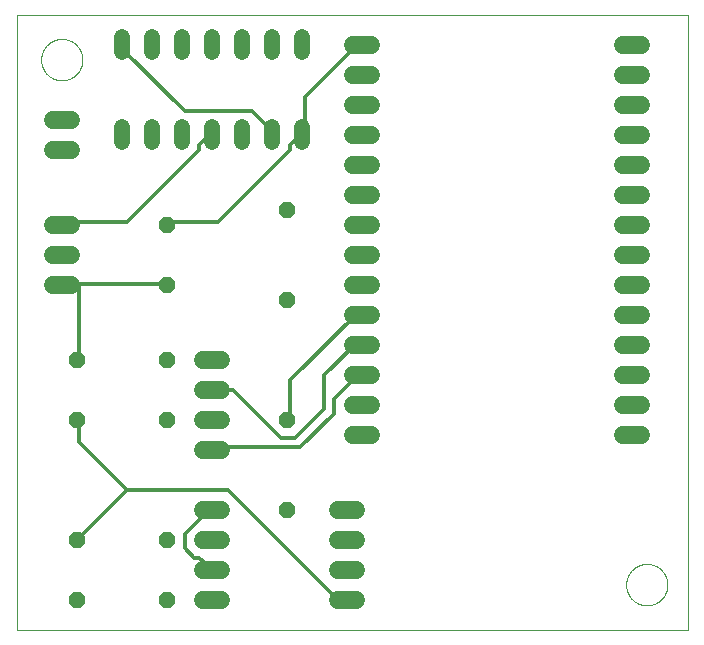
<source format=gbl>
G75*
%MOIN*%
%OFA0B0*%
%FSLAX25Y25*%
%IPPOS*%
%LPD*%
%AMOC8*
5,1,8,0,0,1.08239X$1,22.5*
%
%ADD10C,0.00000*%
%ADD11OC8,0.05200*%
%ADD12C,0.05200*%
%ADD13C,0.06000*%
%ADD14C,0.01200*%
D10*
X0093333Y0006300D02*
X0093333Y0211261D01*
X0317034Y0211261D01*
X0317034Y0006300D01*
X0093333Y0006300D01*
X0296443Y0021300D02*
X0296445Y0021469D01*
X0296451Y0021638D01*
X0296462Y0021807D01*
X0296476Y0021975D01*
X0296495Y0022143D01*
X0296518Y0022311D01*
X0296544Y0022478D01*
X0296575Y0022644D01*
X0296610Y0022810D01*
X0296649Y0022974D01*
X0296693Y0023138D01*
X0296740Y0023300D01*
X0296791Y0023461D01*
X0296846Y0023621D01*
X0296905Y0023780D01*
X0296967Y0023937D01*
X0297034Y0024092D01*
X0297105Y0024246D01*
X0297179Y0024398D01*
X0297257Y0024548D01*
X0297338Y0024696D01*
X0297423Y0024842D01*
X0297512Y0024986D01*
X0297604Y0025128D01*
X0297700Y0025267D01*
X0297799Y0025404D01*
X0297901Y0025539D01*
X0298007Y0025671D01*
X0298116Y0025800D01*
X0298228Y0025927D01*
X0298343Y0026051D01*
X0298461Y0026172D01*
X0298582Y0026290D01*
X0298706Y0026405D01*
X0298833Y0026517D01*
X0298962Y0026626D01*
X0299094Y0026732D01*
X0299229Y0026834D01*
X0299366Y0026933D01*
X0299505Y0027029D01*
X0299647Y0027121D01*
X0299791Y0027210D01*
X0299937Y0027295D01*
X0300085Y0027376D01*
X0300235Y0027454D01*
X0300387Y0027528D01*
X0300541Y0027599D01*
X0300696Y0027666D01*
X0300853Y0027728D01*
X0301012Y0027787D01*
X0301172Y0027842D01*
X0301333Y0027893D01*
X0301495Y0027940D01*
X0301659Y0027984D01*
X0301823Y0028023D01*
X0301989Y0028058D01*
X0302155Y0028089D01*
X0302322Y0028115D01*
X0302490Y0028138D01*
X0302658Y0028157D01*
X0302826Y0028171D01*
X0302995Y0028182D01*
X0303164Y0028188D01*
X0303333Y0028190D01*
X0303502Y0028188D01*
X0303671Y0028182D01*
X0303840Y0028171D01*
X0304008Y0028157D01*
X0304176Y0028138D01*
X0304344Y0028115D01*
X0304511Y0028089D01*
X0304677Y0028058D01*
X0304843Y0028023D01*
X0305007Y0027984D01*
X0305171Y0027940D01*
X0305333Y0027893D01*
X0305494Y0027842D01*
X0305654Y0027787D01*
X0305813Y0027728D01*
X0305970Y0027666D01*
X0306125Y0027599D01*
X0306279Y0027528D01*
X0306431Y0027454D01*
X0306581Y0027376D01*
X0306729Y0027295D01*
X0306875Y0027210D01*
X0307019Y0027121D01*
X0307161Y0027029D01*
X0307300Y0026933D01*
X0307437Y0026834D01*
X0307572Y0026732D01*
X0307704Y0026626D01*
X0307833Y0026517D01*
X0307960Y0026405D01*
X0308084Y0026290D01*
X0308205Y0026172D01*
X0308323Y0026051D01*
X0308438Y0025927D01*
X0308550Y0025800D01*
X0308659Y0025671D01*
X0308765Y0025539D01*
X0308867Y0025404D01*
X0308966Y0025267D01*
X0309062Y0025128D01*
X0309154Y0024986D01*
X0309243Y0024842D01*
X0309328Y0024696D01*
X0309409Y0024548D01*
X0309487Y0024398D01*
X0309561Y0024246D01*
X0309632Y0024092D01*
X0309699Y0023937D01*
X0309761Y0023780D01*
X0309820Y0023621D01*
X0309875Y0023461D01*
X0309926Y0023300D01*
X0309973Y0023138D01*
X0310017Y0022974D01*
X0310056Y0022810D01*
X0310091Y0022644D01*
X0310122Y0022478D01*
X0310148Y0022311D01*
X0310171Y0022143D01*
X0310190Y0021975D01*
X0310204Y0021807D01*
X0310215Y0021638D01*
X0310221Y0021469D01*
X0310223Y0021300D01*
X0310221Y0021131D01*
X0310215Y0020962D01*
X0310204Y0020793D01*
X0310190Y0020625D01*
X0310171Y0020457D01*
X0310148Y0020289D01*
X0310122Y0020122D01*
X0310091Y0019956D01*
X0310056Y0019790D01*
X0310017Y0019626D01*
X0309973Y0019462D01*
X0309926Y0019300D01*
X0309875Y0019139D01*
X0309820Y0018979D01*
X0309761Y0018820D01*
X0309699Y0018663D01*
X0309632Y0018508D01*
X0309561Y0018354D01*
X0309487Y0018202D01*
X0309409Y0018052D01*
X0309328Y0017904D01*
X0309243Y0017758D01*
X0309154Y0017614D01*
X0309062Y0017472D01*
X0308966Y0017333D01*
X0308867Y0017196D01*
X0308765Y0017061D01*
X0308659Y0016929D01*
X0308550Y0016800D01*
X0308438Y0016673D01*
X0308323Y0016549D01*
X0308205Y0016428D01*
X0308084Y0016310D01*
X0307960Y0016195D01*
X0307833Y0016083D01*
X0307704Y0015974D01*
X0307572Y0015868D01*
X0307437Y0015766D01*
X0307300Y0015667D01*
X0307161Y0015571D01*
X0307019Y0015479D01*
X0306875Y0015390D01*
X0306729Y0015305D01*
X0306581Y0015224D01*
X0306431Y0015146D01*
X0306279Y0015072D01*
X0306125Y0015001D01*
X0305970Y0014934D01*
X0305813Y0014872D01*
X0305654Y0014813D01*
X0305494Y0014758D01*
X0305333Y0014707D01*
X0305171Y0014660D01*
X0305007Y0014616D01*
X0304843Y0014577D01*
X0304677Y0014542D01*
X0304511Y0014511D01*
X0304344Y0014485D01*
X0304176Y0014462D01*
X0304008Y0014443D01*
X0303840Y0014429D01*
X0303671Y0014418D01*
X0303502Y0014412D01*
X0303333Y0014410D01*
X0303164Y0014412D01*
X0302995Y0014418D01*
X0302826Y0014429D01*
X0302658Y0014443D01*
X0302490Y0014462D01*
X0302322Y0014485D01*
X0302155Y0014511D01*
X0301989Y0014542D01*
X0301823Y0014577D01*
X0301659Y0014616D01*
X0301495Y0014660D01*
X0301333Y0014707D01*
X0301172Y0014758D01*
X0301012Y0014813D01*
X0300853Y0014872D01*
X0300696Y0014934D01*
X0300541Y0015001D01*
X0300387Y0015072D01*
X0300235Y0015146D01*
X0300085Y0015224D01*
X0299937Y0015305D01*
X0299791Y0015390D01*
X0299647Y0015479D01*
X0299505Y0015571D01*
X0299366Y0015667D01*
X0299229Y0015766D01*
X0299094Y0015868D01*
X0298962Y0015974D01*
X0298833Y0016083D01*
X0298706Y0016195D01*
X0298582Y0016310D01*
X0298461Y0016428D01*
X0298343Y0016549D01*
X0298228Y0016673D01*
X0298116Y0016800D01*
X0298007Y0016929D01*
X0297901Y0017061D01*
X0297799Y0017196D01*
X0297700Y0017333D01*
X0297604Y0017472D01*
X0297512Y0017614D01*
X0297423Y0017758D01*
X0297338Y0017904D01*
X0297257Y0018052D01*
X0297179Y0018202D01*
X0297105Y0018354D01*
X0297034Y0018508D01*
X0296967Y0018663D01*
X0296905Y0018820D01*
X0296846Y0018979D01*
X0296791Y0019139D01*
X0296740Y0019300D01*
X0296693Y0019462D01*
X0296649Y0019626D01*
X0296610Y0019790D01*
X0296575Y0019956D01*
X0296544Y0020122D01*
X0296518Y0020289D01*
X0296495Y0020457D01*
X0296476Y0020625D01*
X0296462Y0020793D01*
X0296451Y0020962D01*
X0296445Y0021131D01*
X0296443Y0021300D01*
X0101443Y0196300D02*
X0101445Y0196469D01*
X0101451Y0196638D01*
X0101462Y0196807D01*
X0101476Y0196975D01*
X0101495Y0197143D01*
X0101518Y0197311D01*
X0101544Y0197478D01*
X0101575Y0197644D01*
X0101610Y0197810D01*
X0101649Y0197974D01*
X0101693Y0198138D01*
X0101740Y0198300D01*
X0101791Y0198461D01*
X0101846Y0198621D01*
X0101905Y0198780D01*
X0101967Y0198937D01*
X0102034Y0199092D01*
X0102105Y0199246D01*
X0102179Y0199398D01*
X0102257Y0199548D01*
X0102338Y0199696D01*
X0102423Y0199842D01*
X0102512Y0199986D01*
X0102604Y0200128D01*
X0102700Y0200267D01*
X0102799Y0200404D01*
X0102901Y0200539D01*
X0103007Y0200671D01*
X0103116Y0200800D01*
X0103228Y0200927D01*
X0103343Y0201051D01*
X0103461Y0201172D01*
X0103582Y0201290D01*
X0103706Y0201405D01*
X0103833Y0201517D01*
X0103962Y0201626D01*
X0104094Y0201732D01*
X0104229Y0201834D01*
X0104366Y0201933D01*
X0104505Y0202029D01*
X0104647Y0202121D01*
X0104791Y0202210D01*
X0104937Y0202295D01*
X0105085Y0202376D01*
X0105235Y0202454D01*
X0105387Y0202528D01*
X0105541Y0202599D01*
X0105696Y0202666D01*
X0105853Y0202728D01*
X0106012Y0202787D01*
X0106172Y0202842D01*
X0106333Y0202893D01*
X0106495Y0202940D01*
X0106659Y0202984D01*
X0106823Y0203023D01*
X0106989Y0203058D01*
X0107155Y0203089D01*
X0107322Y0203115D01*
X0107490Y0203138D01*
X0107658Y0203157D01*
X0107826Y0203171D01*
X0107995Y0203182D01*
X0108164Y0203188D01*
X0108333Y0203190D01*
X0108502Y0203188D01*
X0108671Y0203182D01*
X0108840Y0203171D01*
X0109008Y0203157D01*
X0109176Y0203138D01*
X0109344Y0203115D01*
X0109511Y0203089D01*
X0109677Y0203058D01*
X0109843Y0203023D01*
X0110007Y0202984D01*
X0110171Y0202940D01*
X0110333Y0202893D01*
X0110494Y0202842D01*
X0110654Y0202787D01*
X0110813Y0202728D01*
X0110970Y0202666D01*
X0111125Y0202599D01*
X0111279Y0202528D01*
X0111431Y0202454D01*
X0111581Y0202376D01*
X0111729Y0202295D01*
X0111875Y0202210D01*
X0112019Y0202121D01*
X0112161Y0202029D01*
X0112300Y0201933D01*
X0112437Y0201834D01*
X0112572Y0201732D01*
X0112704Y0201626D01*
X0112833Y0201517D01*
X0112960Y0201405D01*
X0113084Y0201290D01*
X0113205Y0201172D01*
X0113323Y0201051D01*
X0113438Y0200927D01*
X0113550Y0200800D01*
X0113659Y0200671D01*
X0113765Y0200539D01*
X0113867Y0200404D01*
X0113966Y0200267D01*
X0114062Y0200128D01*
X0114154Y0199986D01*
X0114243Y0199842D01*
X0114328Y0199696D01*
X0114409Y0199548D01*
X0114487Y0199398D01*
X0114561Y0199246D01*
X0114632Y0199092D01*
X0114699Y0198937D01*
X0114761Y0198780D01*
X0114820Y0198621D01*
X0114875Y0198461D01*
X0114926Y0198300D01*
X0114973Y0198138D01*
X0115017Y0197974D01*
X0115056Y0197810D01*
X0115091Y0197644D01*
X0115122Y0197478D01*
X0115148Y0197311D01*
X0115171Y0197143D01*
X0115190Y0196975D01*
X0115204Y0196807D01*
X0115215Y0196638D01*
X0115221Y0196469D01*
X0115223Y0196300D01*
X0115221Y0196131D01*
X0115215Y0195962D01*
X0115204Y0195793D01*
X0115190Y0195625D01*
X0115171Y0195457D01*
X0115148Y0195289D01*
X0115122Y0195122D01*
X0115091Y0194956D01*
X0115056Y0194790D01*
X0115017Y0194626D01*
X0114973Y0194462D01*
X0114926Y0194300D01*
X0114875Y0194139D01*
X0114820Y0193979D01*
X0114761Y0193820D01*
X0114699Y0193663D01*
X0114632Y0193508D01*
X0114561Y0193354D01*
X0114487Y0193202D01*
X0114409Y0193052D01*
X0114328Y0192904D01*
X0114243Y0192758D01*
X0114154Y0192614D01*
X0114062Y0192472D01*
X0113966Y0192333D01*
X0113867Y0192196D01*
X0113765Y0192061D01*
X0113659Y0191929D01*
X0113550Y0191800D01*
X0113438Y0191673D01*
X0113323Y0191549D01*
X0113205Y0191428D01*
X0113084Y0191310D01*
X0112960Y0191195D01*
X0112833Y0191083D01*
X0112704Y0190974D01*
X0112572Y0190868D01*
X0112437Y0190766D01*
X0112300Y0190667D01*
X0112161Y0190571D01*
X0112019Y0190479D01*
X0111875Y0190390D01*
X0111729Y0190305D01*
X0111581Y0190224D01*
X0111431Y0190146D01*
X0111279Y0190072D01*
X0111125Y0190001D01*
X0110970Y0189934D01*
X0110813Y0189872D01*
X0110654Y0189813D01*
X0110494Y0189758D01*
X0110333Y0189707D01*
X0110171Y0189660D01*
X0110007Y0189616D01*
X0109843Y0189577D01*
X0109677Y0189542D01*
X0109511Y0189511D01*
X0109344Y0189485D01*
X0109176Y0189462D01*
X0109008Y0189443D01*
X0108840Y0189429D01*
X0108671Y0189418D01*
X0108502Y0189412D01*
X0108333Y0189410D01*
X0108164Y0189412D01*
X0107995Y0189418D01*
X0107826Y0189429D01*
X0107658Y0189443D01*
X0107490Y0189462D01*
X0107322Y0189485D01*
X0107155Y0189511D01*
X0106989Y0189542D01*
X0106823Y0189577D01*
X0106659Y0189616D01*
X0106495Y0189660D01*
X0106333Y0189707D01*
X0106172Y0189758D01*
X0106012Y0189813D01*
X0105853Y0189872D01*
X0105696Y0189934D01*
X0105541Y0190001D01*
X0105387Y0190072D01*
X0105235Y0190146D01*
X0105085Y0190224D01*
X0104937Y0190305D01*
X0104791Y0190390D01*
X0104647Y0190479D01*
X0104505Y0190571D01*
X0104366Y0190667D01*
X0104229Y0190766D01*
X0104094Y0190868D01*
X0103962Y0190974D01*
X0103833Y0191083D01*
X0103706Y0191195D01*
X0103582Y0191310D01*
X0103461Y0191428D01*
X0103343Y0191549D01*
X0103228Y0191673D01*
X0103116Y0191800D01*
X0103007Y0191929D01*
X0102901Y0192061D01*
X0102799Y0192196D01*
X0102700Y0192333D01*
X0102604Y0192472D01*
X0102512Y0192614D01*
X0102423Y0192758D01*
X0102338Y0192904D01*
X0102257Y0193052D01*
X0102179Y0193202D01*
X0102105Y0193354D01*
X0102034Y0193508D01*
X0101967Y0193663D01*
X0101905Y0193820D01*
X0101846Y0193979D01*
X0101791Y0194139D01*
X0101740Y0194300D01*
X0101693Y0194462D01*
X0101649Y0194626D01*
X0101610Y0194790D01*
X0101575Y0194956D01*
X0101544Y0195122D01*
X0101518Y0195289D01*
X0101495Y0195457D01*
X0101476Y0195625D01*
X0101462Y0195793D01*
X0101451Y0195962D01*
X0101445Y0196131D01*
X0101443Y0196300D01*
D11*
X0183333Y0146300D03*
X0143333Y0141300D03*
X0143333Y0121300D03*
X0143333Y0096300D03*
X0143333Y0076300D03*
X0113333Y0076300D03*
X0113333Y0096300D03*
X0183333Y0076300D03*
X0183333Y0046300D03*
X0143333Y0036300D03*
X0143333Y0016300D03*
X0113333Y0016300D03*
X0113333Y0036300D03*
X0183333Y0116300D03*
D12*
X0178333Y0168700D02*
X0178333Y0173900D01*
X0168333Y0173900D02*
X0168333Y0168700D01*
X0158333Y0168700D02*
X0158333Y0173900D01*
X0148333Y0173900D02*
X0148333Y0168700D01*
X0138333Y0168700D02*
X0138333Y0173900D01*
X0128333Y0173900D02*
X0128333Y0168700D01*
X0128333Y0198700D02*
X0128333Y0203900D01*
X0138333Y0203900D02*
X0138333Y0198700D01*
X0148333Y0198700D02*
X0148333Y0203900D01*
X0158333Y0203900D02*
X0158333Y0198700D01*
X0168333Y0198700D02*
X0168333Y0203900D01*
X0178333Y0203900D02*
X0178333Y0198700D01*
X0188333Y0198700D02*
X0188333Y0203900D01*
X0188333Y0173900D02*
X0188333Y0168700D01*
D13*
X0205333Y0171300D02*
X0211333Y0171300D01*
X0211333Y0161300D02*
X0205333Y0161300D01*
X0205333Y0151300D02*
X0211333Y0151300D01*
X0211333Y0141300D02*
X0205333Y0141300D01*
X0205333Y0131300D02*
X0211333Y0131300D01*
X0211333Y0121300D02*
X0205333Y0121300D01*
X0205333Y0111300D02*
X0211333Y0111300D01*
X0211333Y0101300D02*
X0205333Y0101300D01*
X0205333Y0091300D02*
X0211333Y0091300D01*
X0211333Y0081300D02*
X0205333Y0081300D01*
X0205333Y0071300D02*
X0211333Y0071300D01*
X0206333Y0046300D02*
X0200333Y0046300D01*
X0200333Y0036300D02*
X0206333Y0036300D01*
X0206333Y0026300D02*
X0200333Y0026300D01*
X0200333Y0016300D02*
X0206333Y0016300D01*
X0161333Y0016300D02*
X0155333Y0016300D01*
X0155333Y0026300D02*
X0161333Y0026300D01*
X0161333Y0036300D02*
X0155333Y0036300D01*
X0155333Y0046300D02*
X0161333Y0046300D01*
X0161333Y0066300D02*
X0155333Y0066300D01*
X0155333Y0076300D02*
X0161333Y0076300D01*
X0161333Y0086300D02*
X0155333Y0086300D01*
X0155333Y0096300D02*
X0161333Y0096300D01*
X0111333Y0121300D02*
X0105333Y0121300D01*
X0105333Y0131300D02*
X0111333Y0131300D01*
X0111333Y0141300D02*
X0105333Y0141300D01*
X0105333Y0166300D02*
X0111333Y0166300D01*
X0111333Y0176300D02*
X0105333Y0176300D01*
X0205333Y0181300D02*
X0211333Y0181300D01*
X0211333Y0191300D02*
X0205333Y0191300D01*
X0205333Y0201300D02*
X0211333Y0201300D01*
X0295333Y0201300D02*
X0301333Y0201300D01*
X0301333Y0191300D02*
X0295333Y0191300D01*
X0295333Y0181300D02*
X0301333Y0181300D01*
X0301333Y0171300D02*
X0295333Y0171300D01*
X0295333Y0161300D02*
X0301333Y0161300D01*
X0301333Y0151300D02*
X0295333Y0151300D01*
X0295333Y0141300D02*
X0301333Y0141300D01*
X0301333Y0131300D02*
X0295333Y0131300D01*
X0295333Y0121300D02*
X0301333Y0121300D01*
X0301333Y0111300D02*
X0295333Y0111300D01*
X0295333Y0101300D02*
X0301333Y0101300D01*
X0301333Y0091300D02*
X0295333Y0091300D01*
X0295333Y0081300D02*
X0301333Y0081300D01*
X0301333Y0071300D02*
X0295333Y0071300D01*
D14*
X0208333Y0091300D02*
X0206933Y0091100D01*
X0198933Y0083100D01*
X0198933Y0078300D01*
X0187733Y0067100D01*
X0158933Y0067100D01*
X0158333Y0066300D01*
X0163733Y0052700D02*
X0130133Y0052700D01*
X0114133Y0068700D01*
X0114133Y0075100D01*
X0113333Y0076300D01*
X0113333Y0096300D02*
X0114133Y0097500D01*
X0114133Y0121500D01*
X0108333Y0121300D01*
X0109333Y0121500D01*
X0114133Y0121500D01*
X0142933Y0121500D01*
X0143333Y0121300D01*
X0143333Y0141300D02*
X0144533Y0142300D01*
X0160533Y0142300D01*
X0184533Y0166300D01*
X0184533Y0167900D01*
X0187733Y0171100D01*
X0188333Y0171300D01*
X0189333Y0172700D01*
X0189333Y0183900D01*
X0206933Y0201500D01*
X0208333Y0201300D01*
X0178133Y0172700D02*
X0171733Y0179100D01*
X0149333Y0179100D01*
X0128533Y0199900D01*
X0128333Y0201300D01*
X0157333Y0171100D02*
X0158333Y0171300D01*
X0157333Y0171100D02*
X0154133Y0167900D01*
X0154133Y0166300D01*
X0130133Y0142300D01*
X0109333Y0142300D01*
X0108333Y0141300D01*
X0178333Y0171300D02*
X0178133Y0172700D01*
X0206933Y0111900D02*
X0208333Y0111300D01*
X0206933Y0111900D02*
X0184533Y0089500D01*
X0184533Y0076700D01*
X0183333Y0076300D01*
X0181333Y0070300D02*
X0186133Y0070300D01*
X0195733Y0079900D01*
X0195733Y0091100D01*
X0206933Y0102300D01*
X0208333Y0101300D01*
X0181333Y0070300D02*
X0165333Y0086300D01*
X0158333Y0086300D01*
X0163733Y0052700D02*
X0198933Y0017500D01*
X0202133Y0017500D01*
X0203333Y0016300D01*
X0158333Y0026300D02*
X0157333Y0027100D01*
X0154133Y0030300D01*
X0152533Y0030300D01*
X0149333Y0033500D01*
X0149333Y0038300D01*
X0157333Y0046300D01*
X0158333Y0046300D01*
X0130133Y0052700D02*
X0114133Y0036700D01*
X0113333Y0036300D01*
M02*

</source>
